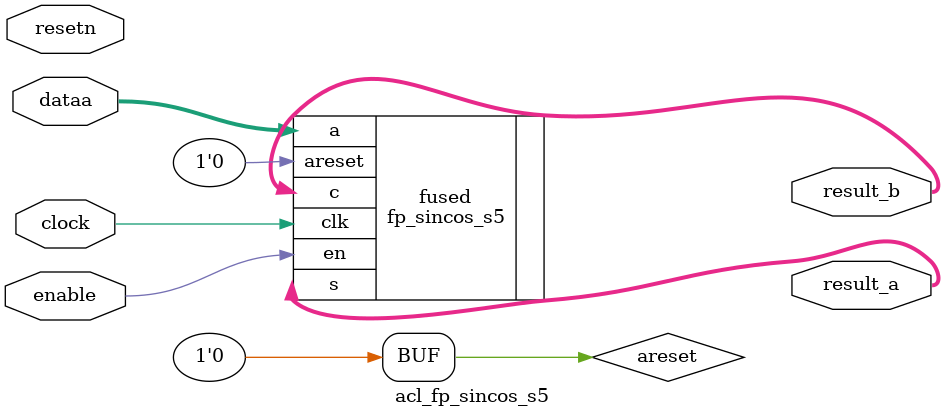
<source format=v>
    


`timescale 1 ps / 1 ps
// synopsys translate_on
module acl_fp_sincos_s5(clock, resetn, dataa, result_a, result_b, enable);
  input clock, resetn, enable;
  input [31:0] dataa;
  output [31:0] result_a; // sin
  output [31:0] result_b; // cos

  reg areset;
  
  initial
  begin
    #0 areset = 1'b1;
    #5 areset = 1'b0;
  end

  fp_sincos_s5 fused(
    .clk(clock),
    .areset(areset),
    .en(enable),
    .a(dataa),
    .s(result_a),
    .c(result_b));
    
endmodule

</source>
